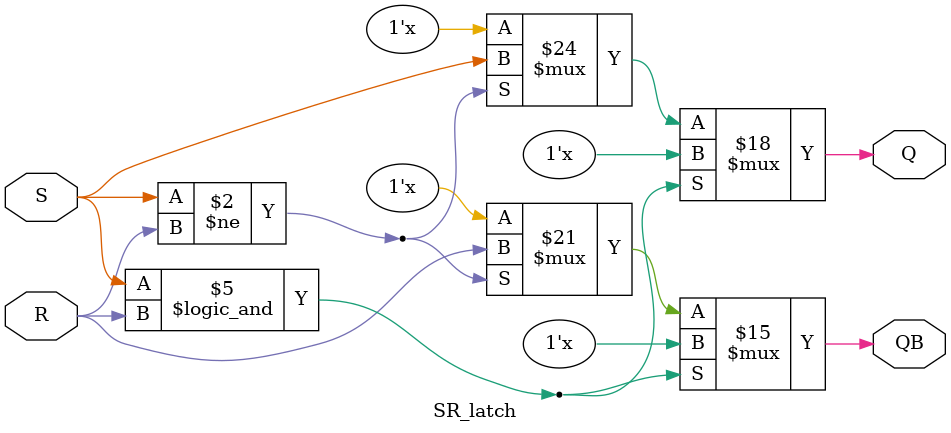
<source format=v>
`timescale 1ns / 1ps


module SR_latch(Q,QB,S,R);
input S,R;
output reg Q,QB;
initial begin
    Q = 0; QB = 1;
    end
always @ (S,R)
begin
    if(S!=R)  begin
        Q = S; QB = R;
    end
    if(S==1 && R==1) begin
        Q = 1'bZ; QB = 1'bZ;
    end
    if(S==0 && R==0) begin
        Q = Q; QB = QB;
    end
end
endmodule

</source>
